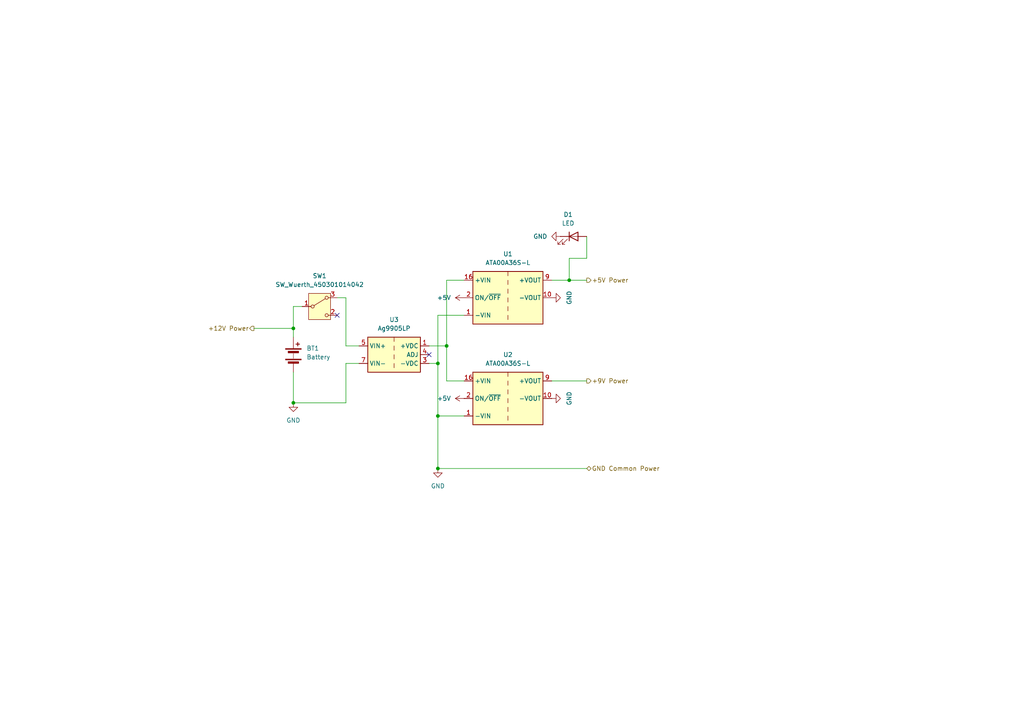
<source format=kicad_sch>
(kicad_sch
	(version 20231120)
	(generator "eeschema")
	(generator_version "8.0")
	(uuid "f011a7f5-ad4c-4422-bacf-a59de4ad4c37")
	(paper "A4")
	(lib_symbols
		(symbol "Converter_DCDC:ATA00A36S-L"
			(exclude_from_sim no)
			(in_bom yes)
			(on_board yes)
			(property "Reference" "U"
				(at 0 11.43 0)
				(effects
					(font
						(size 1.27 1.27)
					)
				)
			)
			(property "Value" "ATA00A36S-L"
				(at 0 8.89 0)
				(effects
					(font
						(size 1.27 1.27)
					)
				)
			)
			(property "Footprint" "Converter_DCDC:Converter_DCDC_Artesyn_ATA_SMD"
				(at 0 -8.89 0)
				(effects
					(font
						(size 1.27 1.27)
						(italic yes)
					)
					(hide yes)
				)
			)
			(property "Datasheet" "https://www.artesyn.com/power/assets/ata_series_ds_01apr2015_79c25814fd.pdf"
				(at 0 -11.43 0)
				(effects
					(font
						(size 1.27 1.27)
					)
					(hide yes)
				)
			)
			(property "Description" "Artesyn 3W Isolated DC/DC Converter Module, 5V Output Voltage, 18-75V Input Voltage"
				(at 0 0 0)
				(effects
					(font
						(size 1.27 1.27)
					)
					(hide yes)
				)
			)
			(property "ki_keywords" "DC/DC converter single"
				(at 0 0 0)
				(effects
					(font
						(size 1.27 1.27)
					)
					(hide yes)
				)
			)
			(property "ki_fp_filters" "*Artesyn*ATA*SMD*"
				(at 0 0 0)
				(effects
					(font
						(size 1.27 1.27)
					)
					(hide yes)
				)
			)
			(symbol "ATA00A36S-L_0_1"
				(rectangle
					(start -10.16 7.62)
					(end 10.16 -7.62)
					(stroke
						(width 0.254)
						(type default)
					)
					(fill
						(type background)
					)
				)
				(polyline
					(pts
						(xy 0 -5.08) (xy 0 -6.35)
					)
					(stroke
						(width 0)
						(type default)
					)
					(fill
						(type none)
					)
				)
				(polyline
					(pts
						(xy 0 -2.54) (xy 0 -3.81)
					)
					(stroke
						(width 0)
						(type default)
					)
					(fill
						(type none)
					)
				)
				(polyline
					(pts
						(xy 0 0) (xy 0 -1.27)
					)
					(stroke
						(width 0)
						(type default)
					)
					(fill
						(type none)
					)
				)
				(polyline
					(pts
						(xy 0 2.54) (xy 0 1.27)
					)
					(stroke
						(width 0)
						(type default)
					)
					(fill
						(type none)
					)
				)
				(polyline
					(pts
						(xy 0 5.08) (xy 0 3.81)
					)
					(stroke
						(width 0)
						(type default)
					)
					(fill
						(type none)
					)
				)
				(polyline
					(pts
						(xy 0 7.62) (xy 0 6.35)
					)
					(stroke
						(width 0)
						(type default)
					)
					(fill
						(type none)
					)
				)
			)
			(symbol "ATA00A36S-L_1_1"
				(pin power_in line
					(at -12.7 -5.08 0)
					(length 2.54)
					(name "-VIN"
						(effects
							(font
								(size 1.27 1.27)
							)
						)
					)
					(number "1"
						(effects
							(font
								(size 1.27 1.27)
							)
						)
					)
				)
				(pin power_out line
					(at 12.7 0 180)
					(length 2.54)
					(name "-VOUT"
						(effects
							(font
								(size 1.27 1.27)
							)
						)
					)
					(number "10"
						(effects
							(font
								(size 1.27 1.27)
							)
						)
					)
				)
				(pin power_in line
					(at -12.7 5.08 0)
					(length 2.54)
					(name "+VIN"
						(effects
							(font
								(size 1.27 1.27)
							)
						)
					)
					(number "16"
						(effects
							(font
								(size 1.27 1.27)
							)
						)
					)
				)
				(pin input line
					(at -12.7 0 0)
					(length 2.54)
					(name "ON/~{OFF}"
						(effects
							(font
								(size 1.27 1.27)
							)
						)
					)
					(number "2"
						(effects
							(font
								(size 1.27 1.27)
							)
						)
					)
				)
				(pin no_connect line
					(at 10.16 -2.54 180)
					(length 2.54) hide
					(name "NC"
						(effects
							(font
								(size 1.27 1.27)
							)
						)
					)
					(number "7"
						(effects
							(font
								(size 1.27 1.27)
							)
						)
					)
				)
				(pin no_connect line
					(at 10.16 -5.08 180)
					(length 2.54) hide
					(name "NC"
						(effects
							(font
								(size 1.27 1.27)
							)
						)
					)
					(number "8"
						(effects
							(font
								(size 1.27 1.27)
							)
						)
					)
				)
				(pin power_out line
					(at 12.7 5.08 180)
					(length 2.54)
					(name "+VOUT"
						(effects
							(font
								(size 1.27 1.27)
							)
						)
					)
					(number "9"
						(effects
							(font
								(size 1.27 1.27)
							)
						)
					)
				)
			)
		)
		(symbol "Converter_DCDC:Ag9905LP"
			(exclude_from_sim no)
			(in_bom yes)
			(on_board yes)
			(property "Reference" "U"
				(at -7.62 7.62 0)
				(effects
					(font
						(size 1.27 1.27)
					)
				)
			)
			(property "Value" "Ag9905LP"
				(at 10.16 7.62 0)
				(effects
					(font
						(size 1.27 1.27)
					)
					(justify right)
				)
			)
			(property "Footprint" "Converter_DCDC:Converter_DCDC_Silvertel_Ag99xxLP_THT"
				(at 0 -5.08 0)
				(effects
					(font
						(size 1.27 1.27)
					)
					(hide yes)
				)
			)
			(property "Datasheet" "https://silvertel.com/images/datasheets/Ag9900M-datasheet-ultra-miniature-isolated-Power-over-Ethernet-POE-module.pdf"
				(at 0 -7.62 0)
				(effects
					(font
						(size 1.27 1.27)
					)
					(hide yes)
				)
			)
			(property "Description" "Regulated 7W DC/DC PoE converter IEEE 802.3af, 36V-57V input, +5V Output Voltage, LP-DIL-8"
				(at 0 0 0)
				(effects
					(font
						(size 1.27 1.27)
					)
					(hide yes)
				)
			)
			(property "ki_keywords" "Silvertel isolated isolation dc-dc converter transformer power-over-ethernet over temperature protection short-circuit protection"
				(at 0 0 0)
				(effects
					(font
						(size 1.27 1.27)
					)
					(hide yes)
				)
			)
			(property "ki_fp_filters" "Converter*DCDC*Silvertel*Ag99xxLP*THT*"
				(at 0 0 0)
				(effects
					(font
						(size 1.27 1.27)
					)
					(hide yes)
				)
			)
			(symbol "Ag9905LP_0_1"
				(rectangle
					(start -7.62 5.08)
					(end 7.62 -5.08)
					(stroke
						(width 0.254)
						(type default)
					)
					(fill
						(type background)
					)
				)
				(polyline
					(pts
						(xy 0 -2.54) (xy 0 -3.81)
					)
					(stroke
						(width 0)
						(type default)
					)
					(fill
						(type none)
					)
				)
				(polyline
					(pts
						(xy 0 0) (xy 0 -1.27)
					)
					(stroke
						(width 0)
						(type default)
					)
					(fill
						(type none)
					)
				)
				(polyline
					(pts
						(xy 0 2.54) (xy 0 1.27)
					)
					(stroke
						(width 0)
						(type default)
					)
					(fill
						(type none)
					)
				)
				(polyline
					(pts
						(xy 0 5.08) (xy 0 3.81)
					)
					(stroke
						(width 0)
						(type default)
					)
					(fill
						(type none)
					)
				)
			)
			(symbol "Ag9905LP_1_1"
				(pin power_out line
					(at 10.16 2.54 180)
					(length 2.54)
					(name "+VDC"
						(effects
							(font
								(size 1.27 1.27)
							)
						)
					)
					(number "1"
						(effects
							(font
								(size 1.27 1.27)
							)
						)
					)
				)
				(pin passive line
					(at 10.16 2.54 180)
					(length 2.54) hide
					(name "+VDC"
						(effects
							(font
								(size 1.27 1.27)
							)
						)
					)
					(number "2"
						(effects
							(font
								(size 1.27 1.27)
							)
						)
					)
				)
				(pin power_out line
					(at 10.16 -2.54 180)
					(length 2.54)
					(name "-VDC"
						(effects
							(font
								(size 1.27 1.27)
							)
						)
					)
					(number "3"
						(effects
							(font
								(size 1.27 1.27)
							)
						)
					)
				)
				(pin passive line
					(at 10.16 0 180)
					(length 2.54)
					(name "ADJ"
						(effects
							(font
								(size 1.27 1.27)
							)
						)
					)
					(number "4"
						(effects
							(font
								(size 1.27 1.27)
							)
						)
					)
				)
				(pin power_in line
					(at -10.16 2.54 0)
					(length 2.54)
					(name "VIN+"
						(effects
							(font
								(size 1.27 1.27)
							)
						)
					)
					(number "5"
						(effects
							(font
								(size 1.27 1.27)
							)
						)
					)
				)
				(pin passive line
					(at -10.16 2.54 0)
					(length 2.54) hide
					(name "VIN+"
						(effects
							(font
								(size 1.27 1.27)
							)
						)
					)
					(number "6"
						(effects
							(font
								(size 1.27 1.27)
							)
						)
					)
				)
				(pin power_in line
					(at -10.16 -2.54 0)
					(length 2.54)
					(name "VIN-"
						(effects
							(font
								(size 1.27 1.27)
							)
						)
					)
					(number "7"
						(effects
							(font
								(size 1.27 1.27)
							)
						)
					)
				)
				(pin passive line
					(at -10.16 -2.54 0)
					(length 2.54) hide
					(name "VIN-"
						(effects
							(font
								(size 1.27 1.27)
							)
						)
					)
					(number "8"
						(effects
							(font
								(size 1.27 1.27)
							)
						)
					)
				)
			)
		)
		(symbol "Device:Battery"
			(pin_numbers hide)
			(pin_names
				(offset 0) hide)
			(exclude_from_sim no)
			(in_bom yes)
			(on_board yes)
			(property "Reference" "BT"
				(at 2.54 2.54 0)
				(effects
					(font
						(size 1.27 1.27)
					)
					(justify left)
				)
			)
			(property "Value" "Battery"
				(at 2.54 0 0)
				(effects
					(font
						(size 1.27 1.27)
					)
					(justify left)
				)
			)
			(property "Footprint" ""
				(at 0 1.524 90)
				(effects
					(font
						(size 1.27 1.27)
					)
					(hide yes)
				)
			)
			(property "Datasheet" "~"
				(at 0 1.524 90)
				(effects
					(font
						(size 1.27 1.27)
					)
					(hide yes)
				)
			)
			(property "Description" "Multiple-cell battery"
				(at 0 0 0)
				(effects
					(font
						(size 1.27 1.27)
					)
					(hide yes)
				)
			)
			(property "ki_keywords" "batt voltage-source cell"
				(at 0 0 0)
				(effects
					(font
						(size 1.27 1.27)
					)
					(hide yes)
				)
			)
			(symbol "Battery_0_1"
				(rectangle
					(start -2.286 -1.27)
					(end 2.286 -1.524)
					(stroke
						(width 0)
						(type default)
					)
					(fill
						(type outline)
					)
				)
				(rectangle
					(start -2.286 1.778)
					(end 2.286 1.524)
					(stroke
						(width 0)
						(type default)
					)
					(fill
						(type outline)
					)
				)
				(rectangle
					(start -1.524 -2.032)
					(end 1.524 -2.54)
					(stroke
						(width 0)
						(type default)
					)
					(fill
						(type outline)
					)
				)
				(rectangle
					(start -1.524 1.016)
					(end 1.524 0.508)
					(stroke
						(width 0)
						(type default)
					)
					(fill
						(type outline)
					)
				)
				(polyline
					(pts
						(xy 0 -1.016) (xy 0 -0.762)
					)
					(stroke
						(width 0)
						(type default)
					)
					(fill
						(type none)
					)
				)
				(polyline
					(pts
						(xy 0 -0.508) (xy 0 -0.254)
					)
					(stroke
						(width 0)
						(type default)
					)
					(fill
						(type none)
					)
				)
				(polyline
					(pts
						(xy 0 0) (xy 0 0.254)
					)
					(stroke
						(width 0)
						(type default)
					)
					(fill
						(type none)
					)
				)
				(polyline
					(pts
						(xy 0 1.778) (xy 0 2.54)
					)
					(stroke
						(width 0)
						(type default)
					)
					(fill
						(type none)
					)
				)
				(polyline
					(pts
						(xy 0.762 3.048) (xy 1.778 3.048)
					)
					(stroke
						(width 0.254)
						(type default)
					)
					(fill
						(type none)
					)
				)
				(polyline
					(pts
						(xy 1.27 3.556) (xy 1.27 2.54)
					)
					(stroke
						(width 0.254)
						(type default)
					)
					(fill
						(type none)
					)
				)
			)
			(symbol "Battery_1_1"
				(pin passive line
					(at 0 5.08 270)
					(length 2.54)
					(name "+"
						(effects
							(font
								(size 1.27 1.27)
							)
						)
					)
					(number "1"
						(effects
							(font
								(size 1.27 1.27)
							)
						)
					)
				)
				(pin passive line
					(at 0 -5.08 90)
					(length 2.54)
					(name "-"
						(effects
							(font
								(size 1.27 1.27)
							)
						)
					)
					(number "2"
						(effects
							(font
								(size 1.27 1.27)
							)
						)
					)
				)
			)
		)
		(symbol "Device:LED"
			(pin_numbers hide)
			(pin_names
				(offset 1.016) hide)
			(exclude_from_sim no)
			(in_bom yes)
			(on_board yes)
			(property "Reference" "D"
				(at 0 2.54 0)
				(effects
					(font
						(size 1.27 1.27)
					)
				)
			)
			(property "Value" "LED"
				(at 0 -2.54 0)
				(effects
					(font
						(size 1.27 1.27)
					)
				)
			)
			(property "Footprint" ""
				(at 0 0 0)
				(effects
					(font
						(size 1.27 1.27)
					)
					(hide yes)
				)
			)
			(property "Datasheet" "~"
				(at 0 0 0)
				(effects
					(font
						(size 1.27 1.27)
					)
					(hide yes)
				)
			)
			(property "Description" "Light emitting diode"
				(at 0 0 0)
				(effects
					(font
						(size 1.27 1.27)
					)
					(hide yes)
				)
			)
			(property "ki_keywords" "LED diode"
				(at 0 0 0)
				(effects
					(font
						(size 1.27 1.27)
					)
					(hide yes)
				)
			)
			(property "ki_fp_filters" "LED* LED_SMD:* LED_THT:*"
				(at 0 0 0)
				(effects
					(font
						(size 1.27 1.27)
					)
					(hide yes)
				)
			)
			(symbol "LED_0_1"
				(polyline
					(pts
						(xy -1.27 -1.27) (xy -1.27 1.27)
					)
					(stroke
						(width 0.254)
						(type default)
					)
					(fill
						(type none)
					)
				)
				(polyline
					(pts
						(xy -1.27 0) (xy 1.27 0)
					)
					(stroke
						(width 0)
						(type default)
					)
					(fill
						(type none)
					)
				)
				(polyline
					(pts
						(xy 1.27 -1.27) (xy 1.27 1.27) (xy -1.27 0) (xy 1.27 -1.27)
					)
					(stroke
						(width 0.254)
						(type default)
					)
					(fill
						(type none)
					)
				)
				(polyline
					(pts
						(xy -3.048 -0.762) (xy -4.572 -2.286) (xy -3.81 -2.286) (xy -4.572 -2.286) (xy -4.572 -1.524)
					)
					(stroke
						(width 0)
						(type default)
					)
					(fill
						(type none)
					)
				)
				(polyline
					(pts
						(xy -1.778 -0.762) (xy -3.302 -2.286) (xy -2.54 -2.286) (xy -3.302 -2.286) (xy -3.302 -1.524)
					)
					(stroke
						(width 0)
						(type default)
					)
					(fill
						(type none)
					)
				)
			)
			(symbol "LED_1_1"
				(pin passive line
					(at -3.81 0 0)
					(length 2.54)
					(name "K"
						(effects
							(font
								(size 1.27 1.27)
							)
						)
					)
					(number "1"
						(effects
							(font
								(size 1.27 1.27)
							)
						)
					)
				)
				(pin passive line
					(at 3.81 0 180)
					(length 2.54)
					(name "A"
						(effects
							(font
								(size 1.27 1.27)
							)
						)
					)
					(number "2"
						(effects
							(font
								(size 1.27 1.27)
							)
						)
					)
				)
			)
		)
		(symbol "Switch:SW_Wuerth_450301014042"
			(pin_names
				(offset 1) hide)
			(exclude_from_sim no)
			(in_bom yes)
			(on_board yes)
			(property "Reference" "SW"
				(at 0 5.08 0)
				(effects
					(font
						(size 1.27 1.27)
					)
				)
			)
			(property "Value" "SW_Wuerth_450301014042"
				(at 0 -5.08 0)
				(effects
					(font
						(size 1.27 1.27)
					)
				)
			)
			(property "Footprint" "Button_Switch_THT:SW_Slide-03_Wuerth-WS-SLTV_10x2.5x6.4_P2.54mm"
				(at 0 -10.16 0)
				(effects
					(font
						(size 1.27 1.27)
					)
					(hide yes)
				)
			)
			(property "Datasheet" "https://www.we-online.com/components/products/datasheet/450301014042.pdf"
				(at 0 -7.62 0)
				(effects
					(font
						(size 1.27 1.27)
					)
					(hide yes)
				)
			)
			(property "Description" "Switch slide, single pole double throw"
				(at 0 0 0)
				(effects
					(font
						(size 1.27 1.27)
					)
					(hide yes)
				)
			)
			(property "ki_keywords" "changeover single-pole opposite-side-connection double-throw spdt ON-ON"
				(at 0 0 0)
				(effects
					(font
						(size 1.27 1.27)
					)
					(hide yes)
				)
			)
			(property "ki_fp_filters" "SW*Wuerth*WS*SLTV*10x2.5x6.4*P2.54mm*"
				(at 0 0 0)
				(effects
					(font
						(size 1.27 1.27)
					)
					(hide yes)
				)
			)
			(symbol "SW_Wuerth_450301014042_0_1"
				(circle
					(center -2.032 0)
					(radius 0.4572)
					(stroke
						(width 0)
						(type default)
					)
					(fill
						(type none)
					)
				)
				(polyline
					(pts
						(xy -1.651 0.254) (xy 1.651 2.286)
					)
					(stroke
						(width 0)
						(type default)
					)
					(fill
						(type none)
					)
				)
				(circle
					(center 2.032 -2.54)
					(radius 0.4572)
					(stroke
						(width 0)
						(type default)
					)
					(fill
						(type none)
					)
				)
				(circle
					(center 2.032 2.54)
					(radius 0.4572)
					(stroke
						(width 0)
						(type default)
					)
					(fill
						(type none)
					)
				)
			)
			(symbol "SW_Wuerth_450301014042_1_1"
				(rectangle
					(start -3.175 3.81)
					(end 3.175 -3.81)
					(stroke
						(width 0)
						(type default)
					)
					(fill
						(type background)
					)
				)
				(pin passive line
					(at -5.08 0 0)
					(length 2.54)
					(name "B"
						(effects
							(font
								(size 1.27 1.27)
							)
						)
					)
					(number "1"
						(effects
							(font
								(size 1.27 1.27)
							)
						)
					)
				)
				(pin passive line
					(at 5.08 -2.54 180)
					(length 2.54)
					(name "C"
						(effects
							(font
								(size 1.27 1.27)
							)
						)
					)
					(number "2"
						(effects
							(font
								(size 1.27 1.27)
							)
						)
					)
				)
				(pin passive line
					(at 5.08 2.54 180)
					(length 2.54)
					(name "A"
						(effects
							(font
								(size 1.27 1.27)
							)
						)
					)
					(number "3"
						(effects
							(font
								(size 1.27 1.27)
							)
						)
					)
				)
			)
		)
		(symbol "power:+5V"
			(power)
			(pin_numbers hide)
			(pin_names
				(offset 0) hide)
			(exclude_from_sim no)
			(in_bom yes)
			(on_board yes)
			(property "Reference" "#PWR"
				(at 0 -3.81 0)
				(effects
					(font
						(size 1.27 1.27)
					)
					(hide yes)
				)
			)
			(property "Value" "+5V"
				(at 0 3.556 0)
				(effects
					(font
						(size 1.27 1.27)
					)
				)
			)
			(property "Footprint" ""
				(at 0 0 0)
				(effects
					(font
						(size 1.27 1.27)
					)
					(hide yes)
				)
			)
			(property "Datasheet" ""
				(at 0 0 0)
				(effects
					(font
						(size 1.27 1.27)
					)
					(hide yes)
				)
			)
			(property "Description" "Power symbol creates a global label with name \"+5V\""
				(at 0 0 0)
				(effects
					(font
						(size 1.27 1.27)
					)
					(hide yes)
				)
			)
			(property "ki_keywords" "global power"
				(at 0 0 0)
				(effects
					(font
						(size 1.27 1.27)
					)
					(hide yes)
				)
			)
			(symbol "+5V_0_1"
				(polyline
					(pts
						(xy -0.762 1.27) (xy 0 2.54)
					)
					(stroke
						(width 0)
						(type default)
					)
					(fill
						(type none)
					)
				)
				(polyline
					(pts
						(xy 0 0) (xy 0 2.54)
					)
					(stroke
						(width 0)
						(type default)
					)
					(fill
						(type none)
					)
				)
				(polyline
					(pts
						(xy 0 2.54) (xy 0.762 1.27)
					)
					(stroke
						(width 0)
						(type default)
					)
					(fill
						(type none)
					)
				)
			)
			(symbol "+5V_1_1"
				(pin power_in line
					(at 0 0 90)
					(length 0)
					(name "~"
						(effects
							(font
								(size 1.27 1.27)
							)
						)
					)
					(number "1"
						(effects
							(font
								(size 1.27 1.27)
							)
						)
					)
				)
			)
		)
		(symbol "power:GND"
			(power)
			(pin_numbers hide)
			(pin_names
				(offset 0) hide)
			(exclude_from_sim no)
			(in_bom yes)
			(on_board yes)
			(property "Reference" "#PWR"
				(at 0 -6.35 0)
				(effects
					(font
						(size 1.27 1.27)
					)
					(hide yes)
				)
			)
			(property "Value" "GND"
				(at 0 -3.81 0)
				(effects
					(font
						(size 1.27 1.27)
					)
				)
			)
			(property "Footprint" ""
				(at 0 0 0)
				(effects
					(font
						(size 1.27 1.27)
					)
					(hide yes)
				)
			)
			(property "Datasheet" ""
				(at 0 0 0)
				(effects
					(font
						(size 1.27 1.27)
					)
					(hide yes)
				)
			)
			(property "Description" "Power symbol creates a global label with name \"GND\" , ground"
				(at 0 0 0)
				(effects
					(font
						(size 1.27 1.27)
					)
					(hide yes)
				)
			)
			(property "ki_keywords" "global power"
				(at 0 0 0)
				(effects
					(font
						(size 1.27 1.27)
					)
					(hide yes)
				)
			)
			(symbol "GND_0_1"
				(polyline
					(pts
						(xy 0 0) (xy 0 -1.27) (xy 1.27 -1.27) (xy 0 -2.54) (xy -1.27 -1.27) (xy 0 -1.27)
					)
					(stroke
						(width 0)
						(type default)
					)
					(fill
						(type none)
					)
				)
			)
			(symbol "GND_1_1"
				(pin power_in line
					(at 0 0 270)
					(length 0)
					(name "~"
						(effects
							(font
								(size 1.27 1.27)
							)
						)
					)
					(number "1"
						(effects
							(font
								(size 1.27 1.27)
							)
						)
					)
				)
			)
		)
	)
	(junction
		(at 165.1 81.28)
		(diameter 0)
		(color 0 0 0 0)
		(uuid "047987d0-4cd6-4f54-9994-bcb84338b950")
	)
	(junction
		(at 85.09 95.25)
		(diameter 0)
		(color 0 0 0 0)
		(uuid "688061d3-7151-4d22-9a56-d12032373988")
	)
	(junction
		(at 129.54 100.33)
		(diameter 0)
		(color 0 0 0 0)
		(uuid "7b95eb46-c2dd-4b2b-a864-575ec319326b")
	)
	(junction
		(at 127 135.89)
		(diameter 0)
		(color 0 0 0 0)
		(uuid "7fe0d8c5-457f-49be-9e55-e19ed2acd34a")
	)
	(junction
		(at 127 120.65)
		(diameter 0)
		(color 0 0 0 0)
		(uuid "bb20a794-a945-43f3-98dc-69e988d095a8")
	)
	(junction
		(at 85.09 116.84)
		(diameter 0)
		(color 0 0 0 0)
		(uuid "e8a840bd-ca52-459c-8bb6-0e6c9c24bb9e")
	)
	(junction
		(at 127 105.41)
		(diameter 0)
		(color 0 0 0 0)
		(uuid "ebae3be4-4ac3-4bca-a246-11204c33119a")
	)
	(no_connect
		(at 97.79 91.44)
		(uuid "5571a3d4-365a-4988-984a-607a23c0741c")
	)
	(no_connect
		(at 124.46 102.87)
		(uuid "e33954ac-9910-4e42-af52-ea9dd1d8fb83")
	)
	(wire
		(pts
			(xy 73.66 95.25) (xy 85.09 95.25)
		)
		(stroke
			(width 0)
			(type default)
		)
		(uuid "0ee07758-efe1-430a-8906-78225236d25a")
	)
	(wire
		(pts
			(xy 127 120.65) (xy 134.62 120.65)
		)
		(stroke
			(width 0)
			(type default)
		)
		(uuid "16045980-5ee4-4d72-9da5-1c189bdc247a")
	)
	(wire
		(pts
			(xy 124.46 105.41) (xy 127 105.41)
		)
		(stroke
			(width 0)
			(type default)
		)
		(uuid "1b89548c-2560-43bb-beb2-a9c281dab9af")
	)
	(wire
		(pts
			(xy 129.54 110.49) (xy 129.54 100.33)
		)
		(stroke
			(width 0)
			(type default)
		)
		(uuid "29becb9f-9ac7-4158-b129-fc26defbef80")
	)
	(wire
		(pts
			(xy 97.79 86.36) (xy 100.33 86.36)
		)
		(stroke
			(width 0)
			(type default)
		)
		(uuid "2e0d582c-aa15-4a16-a60c-422a47770134")
	)
	(wire
		(pts
			(xy 165.1 74.93) (xy 165.1 81.28)
		)
		(stroke
			(width 0)
			(type default)
		)
		(uuid "2e48c68f-f65f-41b7-9c41-a79be926d4fc")
	)
	(wire
		(pts
			(xy 100.33 100.33) (xy 104.14 100.33)
		)
		(stroke
			(width 0)
			(type default)
		)
		(uuid "2e9392b4-8b89-467f-8f98-bd143eaa3ab9")
	)
	(wire
		(pts
			(xy 129.54 81.28) (xy 134.62 81.28)
		)
		(stroke
			(width 0)
			(type default)
		)
		(uuid "30a9cd05-c42f-4891-8998-898bbbaddacb")
	)
	(wire
		(pts
			(xy 85.09 95.25) (xy 85.09 88.9)
		)
		(stroke
			(width 0)
			(type default)
		)
		(uuid "3b26390a-74de-4b78-9a65-3a02b0502f26")
	)
	(wire
		(pts
			(xy 100.33 86.36) (xy 100.33 100.33)
		)
		(stroke
			(width 0)
			(type default)
		)
		(uuid "468c64df-bdec-43a9-aed1-06ce5d284cb5")
	)
	(wire
		(pts
			(xy 134.62 91.44) (xy 127 91.44)
		)
		(stroke
			(width 0)
			(type default)
		)
		(uuid "48a5cfa1-9035-4045-9a47-b6b641ed2546")
	)
	(wire
		(pts
			(xy 160.02 110.49) (xy 170.18 110.49)
		)
		(stroke
			(width 0)
			(type default)
		)
		(uuid "496e9922-710b-4d4a-a690-1aef6b1623f6")
	)
	(wire
		(pts
			(xy 85.09 88.9) (xy 87.63 88.9)
		)
		(stroke
			(width 0)
			(type default)
		)
		(uuid "53edd189-3f55-4bf4-ab72-18ea63bdda58")
	)
	(wire
		(pts
			(xy 127 91.44) (xy 127 105.41)
		)
		(stroke
			(width 0)
			(type default)
		)
		(uuid "5d36ee2f-573d-4cb4-8256-0b9c401645d9")
	)
	(wire
		(pts
			(xy 127 135.89) (xy 127 120.65)
		)
		(stroke
			(width 0)
			(type default)
		)
		(uuid "60004a98-d975-48e2-8a1e-67fec7336370")
	)
	(wire
		(pts
			(xy 170.18 135.89) (xy 127 135.89)
		)
		(stroke
			(width 0)
			(type default)
		)
		(uuid "629dfe80-2009-45ba-9808-0da5bf40eaa4")
	)
	(wire
		(pts
			(xy 100.33 105.41) (xy 104.14 105.41)
		)
		(stroke
			(width 0)
			(type default)
		)
		(uuid "6cac12df-b309-470d-846e-41adfcb11568")
	)
	(wire
		(pts
			(xy 127 105.41) (xy 127 120.65)
		)
		(stroke
			(width 0)
			(type default)
		)
		(uuid "6d32a972-30fa-4cc5-9e71-51703a243ec5")
	)
	(wire
		(pts
			(xy 85.09 97.79) (xy 85.09 95.25)
		)
		(stroke
			(width 0)
			(type default)
		)
		(uuid "791ba4d5-f772-4c4e-93e5-8e9f87b8e7db")
	)
	(wire
		(pts
			(xy 129.54 100.33) (xy 129.54 81.28)
		)
		(stroke
			(width 0)
			(type default)
		)
		(uuid "82aa3e03-39fc-4edb-a2e5-9f78813a0056")
	)
	(wire
		(pts
			(xy 165.1 81.28) (xy 170.18 81.28)
		)
		(stroke
			(width 0)
			(type default)
		)
		(uuid "9189a7d7-5935-4999-8118-5ff8b92934f0")
	)
	(wire
		(pts
			(xy 170.18 68.58) (xy 170.18 74.93)
		)
		(stroke
			(width 0)
			(type default)
		)
		(uuid "9d320386-81fe-4654-be63-b540082148a7")
	)
	(wire
		(pts
			(xy 85.09 116.84) (xy 100.33 116.84)
		)
		(stroke
			(width 0)
			(type default)
		)
		(uuid "a8df4dc3-9283-4904-8d66-f60fad31c977")
	)
	(wire
		(pts
			(xy 85.09 107.95) (xy 85.09 116.84)
		)
		(stroke
			(width 0)
			(type default)
		)
		(uuid "aea06242-6500-44ec-8fbb-7abf205a19f2")
	)
	(wire
		(pts
			(xy 170.18 74.93) (xy 165.1 74.93)
		)
		(stroke
			(width 0)
			(type default)
		)
		(uuid "b7191733-d05d-4c8c-8bf2-31776bbc47b2")
	)
	(wire
		(pts
			(xy 100.33 116.84) (xy 100.33 105.41)
		)
		(stroke
			(width 0)
			(type default)
		)
		(uuid "d0619f0c-af0d-4ff0-854b-8157cf13a726")
	)
	(wire
		(pts
			(xy 124.46 100.33) (xy 129.54 100.33)
		)
		(stroke
			(width 0)
			(type default)
		)
		(uuid "de4362af-1ece-4c41-bd41-a89d8ce46556")
	)
	(wire
		(pts
			(xy 134.62 110.49) (xy 129.54 110.49)
		)
		(stroke
			(width 0)
			(type default)
		)
		(uuid "ea522bce-4d5a-4796-ac08-7e762ea2a4c5")
	)
	(wire
		(pts
			(xy 160.02 81.28) (xy 165.1 81.28)
		)
		(stroke
			(width 0)
			(type default)
		)
		(uuid "f5e2d1fe-8a91-4b43-8030-bdcf29e276d2")
	)
	(hierarchical_label "+12V Power"
		(shape output)
		(at 73.66 95.25 180)
		(fields_autoplaced yes)
		(effects
			(font
				(size 1.27 1.27)
			)
			(justify right)
		)
		(uuid "85c8e2e6-8b0b-472b-9ed5-8fd7461c8f13")
	)
	(hierarchical_label "+5V Power"
		(shape output)
		(at 170.18 81.28 0)
		(fields_autoplaced yes)
		(effects
			(font
				(size 1.27 1.27)
			)
			(justify left)
		)
		(uuid "8fe43a92-ddbc-4092-aa85-29b978248e61")
	)
	(hierarchical_label "GND Common Power"
		(shape bidirectional)
		(at 170.18 135.89 0)
		(fields_autoplaced yes)
		(effects
			(font
				(size 1.27 1.27)
			)
			(justify left)
		)
		(uuid "a7392cca-58a1-4e4c-8426-47a08517d6d6")
	)
	(hierarchical_label "+9V Power"
		(shape output)
		(at 170.18 110.49 0)
		(fields_autoplaced yes)
		(effects
			(font
				(size 1.27 1.27)
			)
			(justify left)
		)
		(uuid "fb54de72-fc33-4e78-a8fc-e27233628cce")
	)
	(symbol
		(lib_id "power:GND")
		(at 160.02 86.36 90)
		(unit 1)
		(exclude_from_sim no)
		(in_bom yes)
		(on_board yes)
		(dnp no)
		(fields_autoplaced yes)
		(uuid "0819c796-8749-4189-bfbc-13bbbf61e8c8")
		(property "Reference" "#PWR05"
			(at 166.37 86.36 0)
			(effects
				(font
					(size 1.27 1.27)
				)
				(hide yes)
			)
		)
		(property "Value" "GND"
			(at 165.1 86.36 0)
			(effects
				(font
					(size 1.27 1.27)
				)
			)
		)
		(property "Footprint" ""
			(at 160.02 86.36 0)
			(effects
				(font
					(size 1.27 1.27)
				)
				(hide yes)
			)
		)
		(property "Datasheet" ""
			(at 160.02 86.36 0)
			(effects
				(font
					(size 1.27 1.27)
				)
				(hide yes)
			)
		)
		(property "Description" "Power symbol creates a global label with name \"GND\" , ground"
			(at 160.02 86.36 0)
			(effects
				(font
					(size 1.27 1.27)
				)
				(hide yes)
			)
		)
		(pin "1"
			(uuid "861a568f-313c-4012-b0da-d3501e13e2db")
		)
		(instances
			(project "Paul"
				(path "/e26e2496-4b56-40d1-813c-7f83c2ea10e0/e542daa1-1511-4de2-be3e-42967f028a50"
					(reference "#PWR05")
					(unit 1)
				)
			)
		)
	)
	(symbol
		(lib_id "power:GND")
		(at 162.56 68.58 270)
		(unit 1)
		(exclude_from_sim no)
		(in_bom yes)
		(on_board yes)
		(dnp no)
		(fields_autoplaced yes)
		(uuid "1c2fefd1-bfe1-46ea-ae25-caa01d13f34d")
		(property "Reference" "#PWR06"
			(at 156.21 68.58 0)
			(effects
				(font
					(size 1.27 1.27)
				)
				(hide yes)
			)
		)
		(property "Value" "GND"
			(at 158.75 68.5799 90)
			(effects
				(font
					(size 1.27 1.27)
				)
				(justify right)
			)
		)
		(property "Footprint" ""
			(at 162.56 68.58 0)
			(effects
				(font
					(size 1.27 1.27)
				)
				(hide yes)
			)
		)
		(property "Datasheet" ""
			(at 162.56 68.58 0)
			(effects
				(font
					(size 1.27 1.27)
				)
				(hide yes)
			)
		)
		(property "Description" "Power symbol creates a global label with name \"GND\" , ground"
			(at 162.56 68.58 0)
			(effects
				(font
					(size 1.27 1.27)
				)
				(hide yes)
			)
		)
		(pin "1"
			(uuid "75ffe433-405d-4dcb-b8fc-b3ddd9aaf42e")
		)
		(instances
			(project ""
				(path "/e26e2496-4b56-40d1-813c-7f83c2ea10e0/e542daa1-1511-4de2-be3e-42967f028a50"
					(reference "#PWR06")
					(unit 1)
				)
			)
		)
	)
	(symbol
		(lib_id "power:GND")
		(at 127 135.89 0)
		(unit 1)
		(exclude_from_sim no)
		(in_bom yes)
		(on_board yes)
		(dnp no)
		(fields_autoplaced yes)
		(uuid "3b4e83c0-5e79-424b-ad98-501795a21bb5")
		(property "Reference" "#PWR07"
			(at 127 142.24 0)
			(effects
				(font
					(size 1.27 1.27)
				)
				(hide yes)
			)
		)
		(property "Value" "GND"
			(at 127 140.97 0)
			(effects
				(font
					(size 1.27 1.27)
				)
			)
		)
		(property "Footprint" ""
			(at 127 135.89 0)
			(effects
				(font
					(size 1.27 1.27)
				)
				(hide yes)
			)
		)
		(property "Datasheet" ""
			(at 127 135.89 0)
			(effects
				(font
					(size 1.27 1.27)
				)
				(hide yes)
			)
		)
		(property "Description" "Power symbol creates a global label with name \"GND\" , ground"
			(at 127 135.89 0)
			(effects
				(font
					(size 1.27 1.27)
				)
				(hide yes)
			)
		)
		(pin "1"
			(uuid "7d8af7e4-52a7-4a1f-a294-31669f97abe7")
		)
		(instances
			(project ""
				(path "/e26e2496-4b56-40d1-813c-7f83c2ea10e0/e542daa1-1511-4de2-be3e-42967f028a50"
					(reference "#PWR07")
					(unit 1)
				)
			)
		)
	)
	(symbol
		(lib_id "Converter_DCDC:ATA00A36S-L")
		(at 147.32 86.36 0)
		(unit 1)
		(exclude_from_sim no)
		(in_bom yes)
		(on_board yes)
		(dnp no)
		(fields_autoplaced yes)
		(uuid "53811076-ea72-4167-847e-1c9afe02cbe6")
		(property "Reference" "U1"
			(at 147.32 73.66 0)
			(effects
				(font
					(size 1.27 1.27)
				)
			)
		)
		(property "Value" "ATA00A36S-L"
			(at 147.32 76.2 0)
			(effects
				(font
					(size 1.27 1.27)
				)
			)
		)
		(property "Footprint" "Converter_DCDC:Converter_DCDC_Artesyn_ATA_SMD"
			(at 147.32 95.25 0)
			(effects
				(font
					(size 1.27 1.27)
					(italic yes)
				)
				(hide yes)
			)
		)
		(property "Datasheet" "https://www.artesyn.com/power/assets/ata_series_ds_01apr2015_79c25814fd.pdf"
			(at 147.32 97.79 0)
			(effects
				(font
					(size 1.27 1.27)
				)
				(hide yes)
			)
		)
		(property "Description" "Artesyn 3W Isolated DC/DC Converter Module, 5V Output Voltage, 18-75V Input Voltage"
			(at 147.32 86.36 0)
			(effects
				(font
					(size 1.27 1.27)
				)
				(hide yes)
			)
		)
		(pin "10"
			(uuid "63f50961-58a6-40f6-a67b-7b824a1260c8")
		)
		(pin "7"
			(uuid "f629cbd0-05ce-4b34-9b5c-e8571a475b7b")
		)
		(pin "1"
			(uuid "67b0d529-7b0f-4432-97dc-587ed6343847")
		)
		(pin "16"
			(uuid "57e84719-9713-4f8c-89e9-8fa9fca860ed")
		)
		(pin "9"
			(uuid "5be36b5b-5acd-4b4f-b2e6-ec1b05b710a1")
		)
		(pin "8"
			(uuid "5cafc869-8eaa-4121-94bb-8a189d8a0b2e")
		)
		(pin "2"
			(uuid "cdf6a361-8270-40b3-b6ec-4756230b8a7b")
		)
		(instances
			(project ""
				(path "/e26e2496-4b56-40d1-813c-7f83c2ea10e0/e542daa1-1511-4de2-be3e-42967f028a50"
					(reference "U1")
					(unit 1)
				)
			)
		)
	)
	(symbol
		(lib_id "Device:LED")
		(at 166.37 68.58 0)
		(unit 1)
		(exclude_from_sim no)
		(in_bom yes)
		(on_board yes)
		(dnp no)
		(fields_autoplaced yes)
		(uuid "56007ad4-53f1-4dcb-bfd5-a7f762bfbc91")
		(property "Reference" "D1"
			(at 164.7825 62.23 0)
			(effects
				(font
					(size 1.27 1.27)
				)
			)
		)
		(property "Value" "LED"
			(at 164.7825 64.77 0)
			(effects
				(font
					(size 1.27 1.27)
				)
			)
		)
		(property "Footprint" ""
			(at 166.37 68.58 0)
			(effects
				(font
					(size 1.27 1.27)
				)
				(hide yes)
			)
		)
		(property "Datasheet" "~"
			(at 166.37 68.58 0)
			(effects
				(font
					(size 1.27 1.27)
				)
				(hide yes)
			)
		)
		(property "Description" "Light emitting diode"
			(at 166.37 68.58 0)
			(effects
				(font
					(size 1.27 1.27)
				)
				(hide yes)
			)
		)
		(pin "1"
			(uuid "a32f6f25-d10d-4b04-ae29-99f741cd1878")
		)
		(pin "2"
			(uuid "5204ebe1-4f24-4492-af1f-5318fee04063")
		)
		(instances
			(project ""
				(path "/e26e2496-4b56-40d1-813c-7f83c2ea10e0/e542daa1-1511-4de2-be3e-42967f028a50"
					(reference "D1")
					(unit 1)
				)
			)
		)
	)
	(symbol
		(lib_id "power:+5V")
		(at 134.62 86.36 90)
		(unit 1)
		(exclude_from_sim no)
		(in_bom yes)
		(on_board yes)
		(dnp no)
		(fields_autoplaced yes)
		(uuid "73458245-591d-4ecd-884f-28afabac6dcf")
		(property "Reference" "#PWR01"
			(at 138.43 86.36 0)
			(effects
				(font
					(size 1.27 1.27)
				)
				(hide yes)
			)
		)
		(property "Value" "+5V"
			(at 130.81 86.3599 90)
			(effects
				(font
					(size 1.27 1.27)
				)
				(justify left)
			)
		)
		(property "Footprint" ""
			(at 134.62 86.36 0)
			(effects
				(font
					(size 1.27 1.27)
				)
				(hide yes)
			)
		)
		(property "Datasheet" ""
			(at 134.62 86.36 0)
			(effects
				(font
					(size 1.27 1.27)
				)
				(hide yes)
			)
		)
		(property "Description" "Power symbol creates a global label with name \"+5V\""
			(at 134.62 86.36 0)
			(effects
				(font
					(size 1.27 1.27)
				)
				(hide yes)
			)
		)
		(pin "1"
			(uuid "14d35adf-13c6-432d-950c-46c73ab44e2f")
		)
		(instances
			(project ""
				(path "/e26e2496-4b56-40d1-813c-7f83c2ea10e0/e542daa1-1511-4de2-be3e-42967f028a50"
					(reference "#PWR01")
					(unit 1)
				)
			)
		)
	)
	(symbol
		(lib_id "power:GND")
		(at 160.02 115.57 90)
		(unit 1)
		(exclude_from_sim no)
		(in_bom yes)
		(on_board yes)
		(dnp no)
		(fields_autoplaced yes)
		(uuid "8f56861b-ad55-4a3b-b2a5-ba96e4db5d84")
		(property "Reference" "#PWR04"
			(at 166.37 115.57 0)
			(effects
				(font
					(size 1.27 1.27)
				)
				(hide yes)
			)
		)
		(property "Value" "GND"
			(at 165.1 115.57 0)
			(effects
				(font
					(size 1.27 1.27)
				)
			)
		)
		(property "Footprint" ""
			(at 160.02 115.57 0)
			(effects
				(font
					(size 1.27 1.27)
				)
				(hide yes)
			)
		)
		(property "Datasheet" ""
			(at 160.02 115.57 0)
			(effects
				(font
					(size 1.27 1.27)
				)
				(hide yes)
			)
		)
		(property "Description" "Power symbol creates a global label with name \"GND\" , ground"
			(at 160.02 115.57 0)
			(effects
				(font
					(size 1.27 1.27)
				)
				(hide yes)
			)
		)
		(pin "1"
			(uuid "25a84199-9631-44b6-b4c9-3e5ad264fe39")
		)
		(instances
			(project "Paul"
				(path "/e26e2496-4b56-40d1-813c-7f83c2ea10e0/e542daa1-1511-4de2-be3e-42967f028a50"
					(reference "#PWR04")
					(unit 1)
				)
			)
		)
	)
	(symbol
		(lib_id "Converter_DCDC:ATA00A36S-L")
		(at 147.32 115.57 0)
		(unit 1)
		(exclude_from_sim no)
		(in_bom yes)
		(on_board yes)
		(dnp no)
		(fields_autoplaced yes)
		(uuid "8ff9485f-8810-4947-a4a5-ee7fc6970d20")
		(property "Reference" "U2"
			(at 147.32 102.87 0)
			(effects
				(font
					(size 1.27 1.27)
				)
			)
		)
		(property "Value" "ATA00A36S-L"
			(at 147.32 105.41 0)
			(effects
				(font
					(size 1.27 1.27)
				)
			)
		)
		(property "Footprint" "Converter_DCDC:Converter_DCDC_Artesyn_ATA_SMD"
			(at 147.32 124.46 0)
			(effects
				(font
					(size 1.27 1.27)
					(italic yes)
				)
				(hide yes)
			)
		)
		(property "Datasheet" "https://www.artesyn.com/power/assets/ata_series_ds_01apr2015_79c25814fd.pdf"
			(at 147.32 127 0)
			(effects
				(font
					(size 1.27 1.27)
				)
				(hide yes)
			)
		)
		(property "Description" "Artesyn 3W Isolated DC/DC Converter Module, 5V Output Voltage, 18-75V Input Voltage"
			(at 147.32 115.57 0)
			(effects
				(font
					(size 1.27 1.27)
				)
				(hide yes)
			)
		)
		(pin "10"
			(uuid "84a3ac1e-29b4-472a-a1fc-72c062c73478")
		)
		(pin "7"
			(uuid "ecf424e4-539c-4830-bc98-6f81e696b89b")
		)
		(pin "1"
			(uuid "e86ba2a7-3a36-48af-bff1-944eeb0d54f9")
		)
		(pin "16"
			(uuid "d2a6f9d0-da3e-4ff4-aaf1-9b79d837eed9")
		)
		(pin "9"
			(uuid "8fd9b9ee-a2e3-4cd9-8360-a060fb7d393f")
		)
		(pin "8"
			(uuid "1cb1c208-f9c1-4e98-b838-6f34dbc62642")
		)
		(pin "2"
			(uuid "c1b7ed88-71b7-432d-9439-3f8315dcfff2")
		)
		(instances
			(project "Paul"
				(path "/e26e2496-4b56-40d1-813c-7f83c2ea10e0/e542daa1-1511-4de2-be3e-42967f028a50"
					(reference "U2")
					(unit 1)
				)
			)
		)
	)
	(symbol
		(lib_id "power:GND")
		(at 85.09 116.84 0)
		(unit 1)
		(exclude_from_sim no)
		(in_bom yes)
		(on_board yes)
		(dnp no)
		(fields_autoplaced yes)
		(uuid "ac324028-48d5-44b8-ac70-0834a644b0f4")
		(property "Reference" "#PWR03"
			(at 85.09 123.19 0)
			(effects
				(font
					(size 1.27 1.27)
				)
				(hide yes)
			)
		)
		(property "Value" "GND"
			(at 85.09 121.92 0)
			(effects
				(font
					(size 1.27 1.27)
				)
			)
		)
		(property "Footprint" ""
			(at 85.09 116.84 0)
			(effects
				(font
					(size 1.27 1.27)
				)
				(hide yes)
			)
		)
		(property "Datasheet" ""
			(at 85.09 116.84 0)
			(effects
				(font
					(size 1.27 1.27)
				)
				(hide yes)
			)
		)
		(property "Description" "Power symbol creates a global label with name \"GND\" , ground"
			(at 85.09 116.84 0)
			(effects
				(font
					(size 1.27 1.27)
				)
				(hide yes)
			)
		)
		(pin "1"
			(uuid "88512e1c-84d5-4461-b0a9-b271ee3ca198")
		)
		(instances
			(project ""
				(path "/e26e2496-4b56-40d1-813c-7f83c2ea10e0/e542daa1-1511-4de2-be3e-42967f028a50"
					(reference "#PWR03")
					(unit 1)
				)
			)
		)
	)
	(symbol
		(lib_id "Converter_DCDC:Ag9905LP")
		(at 114.3 102.87 0)
		(unit 1)
		(exclude_from_sim no)
		(in_bom yes)
		(on_board yes)
		(dnp no)
		(fields_autoplaced yes)
		(uuid "c108c92a-56d7-4528-9cf9-b2ff84596ad6")
		(property "Reference" "U3"
			(at 114.3 92.71 0)
			(effects
				(font
					(size 1.27 1.27)
				)
			)
		)
		(property "Value" "Ag9905LP"
			(at 114.3 95.25 0)
			(effects
				(font
					(size 1.27 1.27)
				)
			)
		)
		(property "Footprint" "Converter_DCDC:Converter_DCDC_Silvertel_Ag99xxLP_THT"
			(at 114.3 107.95 0)
			(effects
				(font
					(size 1.27 1.27)
				)
				(hide yes)
			)
		)
		(property "Datasheet" "https://silvertel.com/images/datasheets/Ag9900M-datasheet-ultra-miniature-isolated-Power-over-Ethernet-POE-module.pdf"
			(at 114.3 110.49 0)
			(effects
				(font
					(size 1.27 1.27)
				)
				(hide yes)
			)
		)
		(property "Description" "Regulated 7W DC/DC PoE converter IEEE 802.3af, 36V-57V input, +5V Output Voltage, LP-DIL-8"
			(at 114.3 102.87 0)
			(effects
				(font
					(size 1.27 1.27)
				)
				(hide yes)
			)
		)
		(pin "8"
			(uuid "2dcd2fb1-d289-47ba-b3aa-d53f46e7e3d5")
		)
		(pin "5"
			(uuid "c371d391-9976-47d8-b3e4-d089b64dd5a6")
		)
		(pin "3"
			(uuid "d6a08721-ce73-40ae-bbe4-55191c0c8ce4")
		)
		(pin "6"
			(uuid "90f7d012-f640-4016-a938-2d256f2714f8")
		)
		(pin "7"
			(uuid "a4230a51-2354-41a6-9af4-7d993f1fbcfe")
		)
		(pin "2"
			(uuid "2f3f46fb-b324-444f-bebc-38477043b6f1")
		)
		(pin "1"
			(uuid "16deee46-37b2-4019-b2a9-961d686c0052")
		)
		(pin "4"
			(uuid "031fc9a0-9912-427a-be0d-ad0817059c4a")
		)
		(instances
			(project ""
				(path "/e26e2496-4b56-40d1-813c-7f83c2ea10e0/e542daa1-1511-4de2-be3e-42967f028a50"
					(reference "U3")
					(unit 1)
				)
			)
		)
	)
	(symbol
		(lib_id "Switch:SW_Wuerth_450301014042")
		(at 92.71 88.9 0)
		(unit 1)
		(exclude_from_sim no)
		(in_bom yes)
		(on_board yes)
		(dnp no)
		(fields_autoplaced yes)
		(uuid "d0377c52-d6b0-4939-b88e-03e87d17baf8")
		(property "Reference" "SW1"
			(at 92.71 80.01 0)
			(effects
				(font
					(size 1.27 1.27)
				)
			)
		)
		(property "Value" "SW_Wuerth_450301014042"
			(at 92.71 82.55 0)
			(effects
				(font
					(size 1.27 1.27)
				)
			)
		)
		(property "Footprint" "Button_Switch_THT:SW_Slide-03_Wuerth-WS-SLTV_10x2.5x6.4_P2.54mm"
			(at 92.71 99.06 0)
			(effects
				(font
					(size 1.27 1.27)
				)
				(hide yes)
			)
		)
		(property "Datasheet" "https://www.we-online.com/components/products/datasheet/450301014042.pdf"
			(at 92.71 96.52 0)
			(effects
				(font
					(size 1.27 1.27)
				)
				(hide yes)
			)
		)
		(property "Description" "Switch slide, single pole double throw"
			(at 92.71 88.9 0)
			(effects
				(font
					(size 1.27 1.27)
				)
				(hide yes)
			)
		)
		(pin "2"
			(uuid "a2b10126-2237-4cb7-9b2f-7950715ebdb2")
		)
		(pin "3"
			(uuid "0282c1b6-a517-407f-9030-c7c2f7f3ab8c")
		)
		(pin "1"
			(uuid "15679ae0-3aa7-413e-a324-bde72b74dcc0")
		)
		(instances
			(project ""
				(path "/e26e2496-4b56-40d1-813c-7f83c2ea10e0/e542daa1-1511-4de2-be3e-42967f028a50"
					(reference "SW1")
					(unit 1)
				)
			)
		)
	)
	(symbol
		(lib_id "Device:Battery")
		(at 85.09 102.87 0)
		(unit 1)
		(exclude_from_sim no)
		(in_bom yes)
		(on_board yes)
		(dnp no)
		(fields_autoplaced yes)
		(uuid "f261acf6-5da3-4e74-90ee-10c914da3dd6")
		(property "Reference" "BT1"
			(at 88.9 101.0284 0)
			(effects
				(font
					(size 1.27 1.27)
				)
				(justify left)
			)
		)
		(property "Value" "Battery"
			(at 88.9 103.5684 0)
			(effects
				(font
					(size 1.27 1.27)
				)
				(justify left)
			)
		)
		(property "Footprint" ""
			(at 85.09 101.346 90)
			(effects
				(font
					(size 1.27 1.27)
				)
				(hide yes)
			)
		)
		(property "Datasheet" "~"
			(at 85.09 101.346 90)
			(effects
				(font
					(size 1.27 1.27)
				)
				(hide yes)
			)
		)
		(property "Description" "Multiple-cell battery"
			(at 85.09 102.87 0)
			(effects
				(font
					(size 1.27 1.27)
				)
				(hide yes)
			)
		)
		(pin "1"
			(uuid "f3a965cf-86e6-4cff-ae0f-83a3d4dd50b9")
		)
		(pin "2"
			(uuid "5d6e955e-6450-4893-9c3e-40a7cbf71fa1")
		)
		(instances
			(project ""
				(path "/e26e2496-4b56-40d1-813c-7f83c2ea10e0/e542daa1-1511-4de2-be3e-42967f028a50"
					(reference "BT1")
					(unit 1)
				)
			)
		)
	)
	(symbol
		(lib_id "power:+5V")
		(at 134.62 115.57 90)
		(unit 1)
		(exclude_from_sim no)
		(in_bom yes)
		(on_board yes)
		(dnp no)
		(fields_autoplaced yes)
		(uuid "fc130353-d3fd-4b37-bc28-56943f9ce140")
		(property "Reference" "#PWR02"
			(at 138.43 115.57 0)
			(effects
				(font
					(size 1.27 1.27)
				)
				(hide yes)
			)
		)
		(property "Value" "+5V"
			(at 130.81 115.5699 90)
			(effects
				(font
					(size 1.27 1.27)
				)
				(justify left)
			)
		)
		(property "Footprint" ""
			(at 134.62 115.57 0)
			(effects
				(font
					(size 1.27 1.27)
				)
				(hide yes)
			)
		)
		(property "Datasheet" ""
			(at 134.62 115.57 0)
			(effects
				(font
					(size 1.27 1.27)
				)
				(hide yes)
			)
		)
		(property "Description" "Power symbol creates a global label with name \"+5V\""
			(at 134.62 115.57 0)
			(effects
				(font
					(size 1.27 1.27)
				)
				(hide yes)
			)
		)
		(pin "1"
			(uuid "2076768f-da96-413b-b02f-0d9277e3be41")
		)
		(instances
			(project ""
				(path "/e26e2496-4b56-40d1-813c-7f83c2ea10e0/e542daa1-1511-4de2-be3e-42967f028a50"
					(reference "#PWR02")
					(unit 1)
				)
			)
		)
	)
)

</source>
